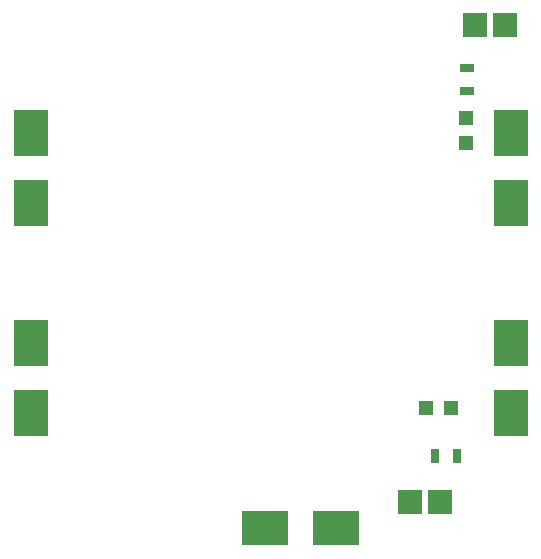
<source format=gbr>
G04 #@! TF.GenerationSoftware,KiCad,Pcbnew,(5.0.0-rc2-dev-26-g0d794b2)*
G04 #@! TF.CreationDate,2018-07-01T21:26:53-07:00*
G04 #@! TF.ProjectId,FlightControlUnitBoard,466C69676874436F6E74726F6C556E69,rev?*
G04 #@! TF.SameCoordinates,Original*
G04 #@! TF.FileFunction,Paste,Bot*
G04 #@! TF.FilePolarity,Positive*
%FSLAX46Y46*%
G04 Gerber Fmt 4.6, Leading zero omitted, Abs format (unit mm)*
G04 Created by KiCad (PCBNEW (5.0.0-rc2-dev-26-g0d794b2)) date Sunday, July 01, 2018 at 09:26:53 PM*
%MOMM*%
%LPD*%
G01*
G04 APERTURE LIST*
%ADD10R,2.032000X2.032000*%
%ADD11R,1.198880X1.198880*%
%ADD12R,1.300000X0.700000*%
%ADD13R,3.000000X4.000000*%
%ADD14R,4.000000X3.000000*%
%ADD15R,0.700000X1.300000*%
G04 APERTURE END LIST*
D10*
X194700000Y-109550000D03*
X197240000Y-109550000D03*
X200175000Y-69200000D03*
X202715000Y-69200000D03*
D11*
X199390000Y-77055980D03*
X199390000Y-79154020D03*
D12*
X199525000Y-72850000D03*
X199525000Y-74750000D03*
D13*
X203200000Y-84280000D03*
X203200000Y-78280000D03*
X203200000Y-102060000D03*
X203200000Y-96060000D03*
D14*
X182420000Y-111760000D03*
X188420000Y-111760000D03*
D13*
X162560000Y-102060000D03*
X162560000Y-96060000D03*
X162560000Y-84280000D03*
X162560000Y-78280000D03*
D11*
X196050980Y-101600000D03*
X198149020Y-101600000D03*
D15*
X196800000Y-105650000D03*
X198700000Y-105650000D03*
M02*

</source>
